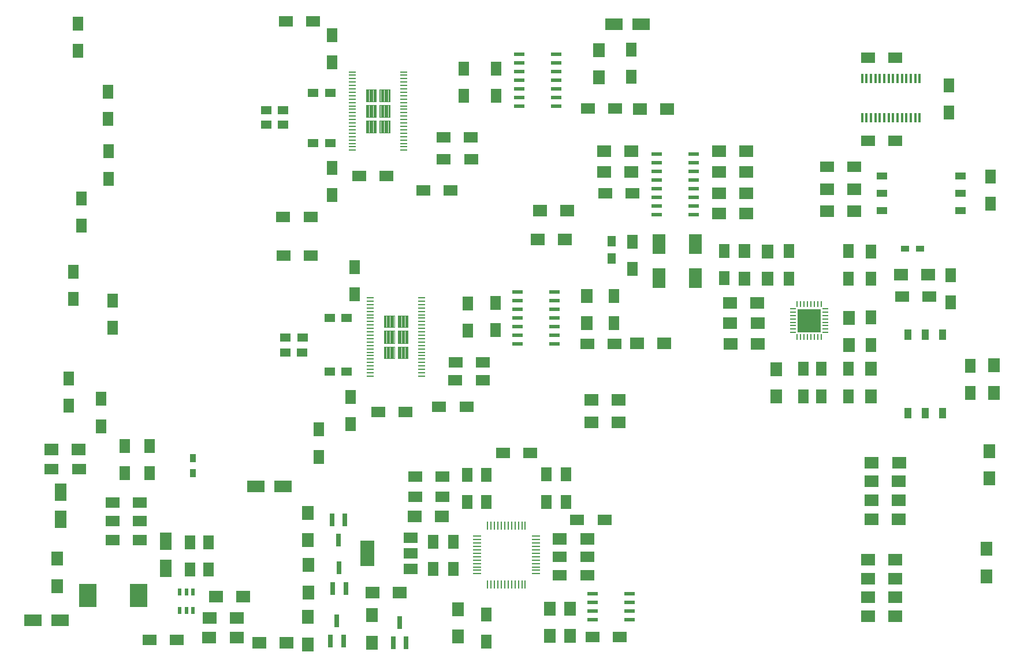
<source format=gtp>
%TF.GenerationSoftware,KiCad,Pcbnew,4.0.7*%
%TF.CreationDate,2018-07-03T10:31:09+02:00*%
%TF.ProjectId,smd_aio,736D645F61696F2E6B696361645F7063,rev?*%
%TF.FileFunction,Paste,Top*%
%FSLAX46Y46*%
G04 Gerber Fmt 4.6, Leading zero omitted, Abs format (unit mm)*
G04 Created by KiCad (PCBNEW 4.0.7) date Tuesday, 03 July 2018 'AMt' 10:31:09*
%MOMM*%
%LPD*%
G01*
G04 APERTURE LIST*
%ADD10C,0.100000*%
%ADD11R,1.300000X0.250000*%
%ADD12R,0.250000X1.300000*%
%ADD13R,1.600000X2.000000*%
%ADD14R,2.000000X1.600000*%
%ADD15R,2.499360X1.800860*%
%ADD16R,2.000000X1.700000*%
%ADD17R,1.700000X2.000000*%
%ADD18R,1.800860X2.499360*%
%ADD19R,1.200000X0.900000*%
%ADD20R,0.900000X1.200000*%
%ADD21R,1.250000X1.500000*%
%ADD22R,0.800000X1.900000*%
%ADD23R,2.000000X3.800000*%
%ADD24R,2.000000X1.500000*%
%ADD25R,1.550000X0.600000*%
%ADD26R,1.500000X0.600000*%
%ADD27R,1.000000X0.285000*%
%ADD28R,0.279400X0.812800*%
%ADD29R,0.812800X0.279400*%
%ADD30R,3.352800X3.352800*%
%ADD31R,0.355600X1.447800*%
%ADD32R,0.600000X1.100000*%
%ADD33R,1.980000X3.000000*%
%ADD34R,1.500000X1.250000*%
%ADD35R,2.650000X3.500000*%
%ADD36R,1.600000X1.000000*%
%ADD37R,1.000000X1.600000*%
G04 APERTURE END LIST*
D10*
X77276000Y-35663000D02*
X77276000Y-33863000D01*
X77376000Y-35663000D02*
X77376000Y-33863000D01*
X77476000Y-35663000D02*
X77476000Y-33863000D01*
X77576000Y-35663000D02*
X77576000Y-33863000D01*
X77676000Y-35663000D02*
X77676000Y-33863000D01*
X77776000Y-35663000D02*
X77776000Y-33863000D01*
X77876000Y-35663000D02*
X77876000Y-33863000D01*
X77976000Y-35663000D02*
X77976000Y-33863000D01*
X78076000Y-35663000D02*
X78076000Y-33863000D01*
X78176000Y-35663000D02*
X78176000Y-33863000D01*
X78276000Y-35663000D02*
X78276000Y-33863000D01*
X78376000Y-35663000D02*
X78376000Y-33863000D01*
X78476000Y-35663000D02*
X78476000Y-33863000D01*
X78576000Y-35663000D02*
X78576000Y-33863000D01*
X77276000Y-37913000D02*
X77276000Y-36163000D01*
X77376000Y-37913000D02*
X77376000Y-36163000D01*
X77476000Y-37913000D02*
X77476000Y-36163000D01*
X77576000Y-37913000D02*
X77576000Y-36163000D01*
X77676000Y-37913000D02*
X77676000Y-36163000D01*
X77776000Y-37913000D02*
X77776000Y-36163000D01*
X77876000Y-37913000D02*
X77876000Y-36163000D01*
X77976000Y-37913000D02*
X77976000Y-36163000D01*
X78076000Y-37913000D02*
X78076000Y-36213000D01*
X78176000Y-37913000D02*
X78176000Y-36163000D01*
X78276000Y-37913000D02*
X78276000Y-36163000D01*
X78376000Y-37913000D02*
X78376000Y-36163000D01*
X78476000Y-37913000D02*
X78476000Y-36163000D01*
X78576000Y-37913000D02*
X78576000Y-36163000D01*
X77176000Y-36163000D02*
X78676000Y-36163000D01*
X77176000Y-37913000D02*
X77176000Y-36163000D01*
X78676000Y-37913000D02*
X77176000Y-37913000D01*
X78676000Y-36163000D02*
X78676000Y-37913000D01*
X77176000Y-33863000D02*
X78676000Y-33863000D01*
X78676000Y-35663000D02*
X77176000Y-35663000D01*
X77176000Y-35663000D02*
X77176000Y-33863000D01*
X78676000Y-33863000D02*
X78676000Y-35663000D01*
X78476000Y-33363000D02*
X78476000Y-31613000D01*
X78076000Y-33363000D02*
X78076000Y-31663000D01*
X77976000Y-33363000D02*
X77976000Y-31613000D01*
X77876000Y-33363000D02*
X77876000Y-31613000D01*
X77776000Y-33363000D02*
X77776000Y-31613000D01*
X77676000Y-33363000D02*
X77676000Y-31613000D01*
X77576000Y-33363000D02*
X77576000Y-31613000D01*
X77476000Y-33363000D02*
X77476000Y-31613000D01*
X77176000Y-31613000D02*
X78676000Y-31613000D01*
X78676000Y-31613000D02*
X78676000Y-33363000D01*
X78576000Y-33363000D02*
X78576000Y-31613000D01*
X77376000Y-33363000D02*
X77376000Y-31613000D01*
X77276000Y-33363000D02*
X77276000Y-31613000D01*
X77176000Y-33363000D02*
X77176000Y-31613000D01*
X78676000Y-33363000D02*
X77176000Y-33363000D01*
X78376000Y-33363000D02*
X78376000Y-31613000D01*
X78276000Y-33363000D02*
X78276000Y-31613000D01*
X78176000Y-33363000D02*
X78176000Y-31613000D01*
X76476000Y-35663000D02*
X76476000Y-33863000D01*
X76076000Y-35663000D02*
X76076000Y-33863000D01*
X75976000Y-35663000D02*
X75976000Y-33863000D01*
X75876000Y-35663000D02*
X75876000Y-33863000D01*
X75176000Y-31613000D02*
X76676000Y-31613000D01*
X76676000Y-31613000D02*
X76676000Y-33363000D01*
X76476000Y-33363000D02*
X76476000Y-31613000D01*
X76376000Y-33363000D02*
X76376000Y-31613000D01*
X75676000Y-33363000D02*
X75676000Y-31613000D01*
X75576000Y-33363000D02*
X75576000Y-31613000D01*
X75276000Y-33363000D02*
X75276000Y-31613000D01*
X75376000Y-33363000D02*
X75376000Y-31613000D01*
X75476000Y-33363000D02*
X75476000Y-31613000D01*
X75176000Y-33363000D02*
X75176000Y-31613000D01*
X76676000Y-33363000D02*
X75176000Y-33363000D01*
X76576000Y-33363000D02*
X76576000Y-31613000D01*
X76276000Y-33363000D02*
X76276000Y-31613000D01*
X75776000Y-33363000D02*
X75776000Y-31613000D01*
X75976000Y-33363000D02*
X75976000Y-31613000D01*
X76076000Y-33363000D02*
X76076000Y-31663000D01*
X75876000Y-33363000D02*
X75876000Y-31613000D01*
X76176000Y-33363000D02*
X76176000Y-31613000D01*
X75176000Y-35663000D02*
X75176000Y-33863000D01*
X75176000Y-33863000D02*
X76676000Y-33863000D01*
X76676000Y-33863000D02*
X76676000Y-35663000D01*
X76576000Y-35663000D02*
X76576000Y-33863000D01*
X75376000Y-35663000D02*
X75376000Y-33863000D01*
X75276000Y-35663000D02*
X75276000Y-33863000D01*
X76676000Y-35663000D02*
X75176000Y-35663000D01*
X76376000Y-35663000D02*
X76376000Y-33863000D01*
X76276000Y-35663000D02*
X76276000Y-33863000D01*
X76176000Y-35663000D02*
X76176000Y-33863000D01*
X75776000Y-35663000D02*
X75776000Y-33863000D01*
X75676000Y-35663000D02*
X75676000Y-33863000D01*
X75576000Y-35663000D02*
X75576000Y-33863000D01*
X75476000Y-35663000D02*
X75476000Y-33863000D01*
X76676000Y-37913000D02*
X75176000Y-37913000D01*
X76476000Y-37913000D02*
X76476000Y-36163000D01*
X75276000Y-37913000D02*
X75276000Y-36163000D01*
X75176000Y-37913000D02*
X75176000Y-36163000D01*
X75676000Y-37913000D02*
X75676000Y-36163000D01*
X75376000Y-37913000D02*
X75376000Y-36163000D01*
X75576000Y-37913000D02*
X75576000Y-36163000D01*
X75776000Y-37913000D02*
X75776000Y-36163000D01*
X75476000Y-37913000D02*
X75476000Y-36163000D01*
X75176000Y-36163000D02*
X76676000Y-36163000D01*
X76376000Y-37913000D02*
X76376000Y-36163000D01*
X76676000Y-36163000D02*
X76676000Y-37913000D01*
X76576000Y-37913000D02*
X76576000Y-36163000D01*
X76276000Y-37913000D02*
X76276000Y-36163000D01*
X75876000Y-37913000D02*
X75876000Y-36163000D01*
X75976000Y-37913000D02*
X75976000Y-36163000D01*
X76176000Y-37913000D02*
X76176000Y-36163000D01*
X76076000Y-37913000D02*
X76076000Y-36213000D01*
X79926000Y-68813000D02*
X79926000Y-67013000D01*
X80026000Y-68813000D02*
X80026000Y-67013000D01*
X80126000Y-68813000D02*
X80126000Y-67013000D01*
X80226000Y-68813000D02*
X80226000Y-67013000D01*
X80326000Y-68813000D02*
X80326000Y-67013000D01*
X80426000Y-68813000D02*
X80426000Y-67013000D01*
X80526000Y-68813000D02*
X80526000Y-67013000D01*
X80626000Y-68813000D02*
X80626000Y-67013000D01*
X80726000Y-68813000D02*
X80726000Y-67013000D01*
X80826000Y-68813000D02*
X80826000Y-67013000D01*
X80926000Y-68813000D02*
X80926000Y-67013000D01*
X81026000Y-68813000D02*
X81026000Y-67013000D01*
X81126000Y-68813000D02*
X81126000Y-67013000D01*
X81226000Y-68813000D02*
X81226000Y-67013000D01*
X79926000Y-71063000D02*
X79926000Y-69313000D01*
X80026000Y-71063000D02*
X80026000Y-69313000D01*
X80126000Y-71063000D02*
X80126000Y-69313000D01*
X80226000Y-71063000D02*
X80226000Y-69313000D01*
X80326000Y-71063000D02*
X80326000Y-69313000D01*
X80426000Y-71063000D02*
X80426000Y-69313000D01*
X80526000Y-71063000D02*
X80526000Y-69313000D01*
X80626000Y-71063000D02*
X80626000Y-69313000D01*
X80726000Y-71063000D02*
X80726000Y-69363000D01*
X80826000Y-71063000D02*
X80826000Y-69313000D01*
X80926000Y-71063000D02*
X80926000Y-69313000D01*
X81026000Y-71063000D02*
X81026000Y-69313000D01*
X81126000Y-71063000D02*
X81126000Y-69313000D01*
X81226000Y-71063000D02*
X81226000Y-69313000D01*
X79826000Y-69313000D02*
X81326000Y-69313000D01*
X79826000Y-71063000D02*
X79826000Y-69313000D01*
X81326000Y-71063000D02*
X79826000Y-71063000D01*
X81326000Y-69313000D02*
X81326000Y-71063000D01*
X79826000Y-67013000D02*
X81326000Y-67013000D01*
X81326000Y-68813000D02*
X79826000Y-68813000D01*
X79826000Y-68813000D02*
X79826000Y-67013000D01*
X81326000Y-67013000D02*
X81326000Y-68813000D01*
X81126000Y-66513000D02*
X81126000Y-64763000D01*
X80726000Y-66513000D02*
X80726000Y-64813000D01*
X80626000Y-66513000D02*
X80626000Y-64763000D01*
X80526000Y-66513000D02*
X80526000Y-64763000D01*
X80426000Y-66513000D02*
X80426000Y-64763000D01*
X80326000Y-66513000D02*
X80326000Y-64763000D01*
X80226000Y-66513000D02*
X80226000Y-64763000D01*
X80126000Y-66513000D02*
X80126000Y-64763000D01*
X79826000Y-64763000D02*
X81326000Y-64763000D01*
X81326000Y-64763000D02*
X81326000Y-66513000D01*
X81226000Y-66513000D02*
X81226000Y-64763000D01*
X80026000Y-66513000D02*
X80026000Y-64763000D01*
X79926000Y-66513000D02*
X79926000Y-64763000D01*
X79826000Y-66513000D02*
X79826000Y-64763000D01*
X81326000Y-66513000D02*
X79826000Y-66513000D01*
X81026000Y-66513000D02*
X81026000Y-64763000D01*
X80926000Y-66513000D02*
X80926000Y-64763000D01*
X80826000Y-66513000D02*
X80826000Y-64763000D01*
X79126000Y-68813000D02*
X79126000Y-67013000D01*
X78726000Y-68813000D02*
X78726000Y-67013000D01*
X78626000Y-68813000D02*
X78626000Y-67013000D01*
X78526000Y-68813000D02*
X78526000Y-67013000D01*
X77826000Y-64763000D02*
X79326000Y-64763000D01*
X79326000Y-64763000D02*
X79326000Y-66513000D01*
X79126000Y-66513000D02*
X79126000Y-64763000D01*
X79026000Y-66513000D02*
X79026000Y-64763000D01*
X78326000Y-66513000D02*
X78326000Y-64763000D01*
X78226000Y-66513000D02*
X78226000Y-64763000D01*
X77926000Y-66513000D02*
X77926000Y-64763000D01*
X78026000Y-66513000D02*
X78026000Y-64763000D01*
X78126000Y-66513000D02*
X78126000Y-64763000D01*
X77826000Y-66513000D02*
X77826000Y-64763000D01*
X79326000Y-66513000D02*
X77826000Y-66513000D01*
X79226000Y-66513000D02*
X79226000Y-64763000D01*
X78926000Y-66513000D02*
X78926000Y-64763000D01*
X78426000Y-66513000D02*
X78426000Y-64763000D01*
X78626000Y-66513000D02*
X78626000Y-64763000D01*
X78726000Y-66513000D02*
X78726000Y-64813000D01*
X78526000Y-66513000D02*
X78526000Y-64763000D01*
X78826000Y-66513000D02*
X78826000Y-64763000D01*
X77826000Y-68813000D02*
X77826000Y-67013000D01*
X77826000Y-67013000D02*
X79326000Y-67013000D01*
X79326000Y-67013000D02*
X79326000Y-68813000D01*
X79226000Y-68813000D02*
X79226000Y-67013000D01*
X78026000Y-68813000D02*
X78026000Y-67013000D01*
X77926000Y-68813000D02*
X77926000Y-67013000D01*
X79326000Y-68813000D02*
X77826000Y-68813000D01*
X79026000Y-68813000D02*
X79026000Y-67013000D01*
X78926000Y-68813000D02*
X78926000Y-67013000D01*
X78826000Y-68813000D02*
X78826000Y-67013000D01*
X78426000Y-68813000D02*
X78426000Y-67013000D01*
X78326000Y-68813000D02*
X78326000Y-67013000D01*
X78226000Y-68813000D02*
X78226000Y-67013000D01*
X78126000Y-68813000D02*
X78126000Y-67013000D01*
X79326000Y-71063000D02*
X77826000Y-71063000D01*
X79126000Y-71063000D02*
X79126000Y-69313000D01*
X77926000Y-71063000D02*
X77926000Y-69313000D01*
X77826000Y-71063000D02*
X77826000Y-69313000D01*
X78326000Y-71063000D02*
X78326000Y-69313000D01*
X78026000Y-71063000D02*
X78026000Y-69313000D01*
X78226000Y-71063000D02*
X78226000Y-69313000D01*
X78426000Y-71063000D02*
X78426000Y-69313000D01*
X78126000Y-71063000D02*
X78126000Y-69313000D01*
X77826000Y-69313000D02*
X79326000Y-69313000D01*
X79026000Y-71063000D02*
X79026000Y-69313000D01*
X79326000Y-69313000D02*
X79326000Y-71063000D01*
X79226000Y-71063000D02*
X79226000Y-69313000D01*
X78926000Y-71063000D02*
X78926000Y-69313000D01*
X78526000Y-71063000D02*
X78526000Y-69313000D01*
X78626000Y-71063000D02*
X78626000Y-69313000D01*
X78826000Y-71063000D02*
X78826000Y-69313000D01*
X78726000Y-71063000D02*
X78726000Y-69363000D01*
D11*
X91426000Y-97163000D03*
X91426000Y-97663000D03*
X91426000Y-98163000D03*
X91426000Y-98663000D03*
X91426000Y-99163000D03*
X91426000Y-99663000D03*
X91426000Y-100163000D03*
X91426000Y-100663000D03*
X91426000Y-101163000D03*
X91426000Y-101663000D03*
X91426000Y-102163000D03*
X91426000Y-102663000D03*
D12*
X93026000Y-104263000D03*
X93526000Y-104263000D03*
X94026000Y-104263000D03*
X94526000Y-104263000D03*
X95026000Y-104263000D03*
X95526000Y-104263000D03*
X96026000Y-104263000D03*
X96526000Y-104263000D03*
X97026000Y-104263000D03*
X97526000Y-104263000D03*
X98026000Y-104263000D03*
X98526000Y-104263000D03*
D11*
X100126000Y-102663000D03*
X100126000Y-102163000D03*
X100126000Y-101663000D03*
X100126000Y-101163000D03*
X100126000Y-100663000D03*
X100126000Y-100163000D03*
X100126000Y-99663000D03*
X100126000Y-99163000D03*
X100126000Y-98663000D03*
X100126000Y-98163000D03*
X100126000Y-97663000D03*
X100126000Y-97163000D03*
D12*
X98526000Y-95563000D03*
X98026000Y-95563000D03*
X97526000Y-95563000D03*
X97026000Y-95563000D03*
X96526000Y-95563000D03*
X96026000Y-95563000D03*
X95526000Y-95563000D03*
X95026000Y-95563000D03*
X94526000Y-95563000D03*
X94026000Y-95563000D03*
X93526000Y-95563000D03*
X93026000Y-95563000D03*
D13*
X73491000Y-61663000D03*
X73491000Y-57663000D03*
D14*
X29100000Y-87275000D03*
X33100000Y-87275000D03*
D13*
X85051000Y-101963000D03*
X85051000Y-97963000D03*
X87951000Y-101963000D03*
X87951000Y-97963000D03*
X92800000Y-112610000D03*
X92800000Y-108610000D03*
D14*
X110151000Y-94763000D03*
X106151000Y-94763000D03*
D13*
X104526000Y-88088000D03*
X104526000Y-92088000D03*
X101626000Y-88088000D03*
X101626000Y-92088000D03*
D14*
X86401000Y-88438000D03*
X82401000Y-88438000D03*
X86401000Y-91388000D03*
X82401000Y-91388000D03*
X112401000Y-111963000D03*
X108401000Y-111963000D03*
D13*
X92801000Y-92163000D03*
X92801000Y-88163000D03*
D14*
X95251000Y-84913000D03*
X99251000Y-84913000D03*
D13*
X90001000Y-92163000D03*
X90001000Y-88163000D03*
D14*
X107601000Y-102863000D03*
X103601000Y-102863000D03*
X107601000Y-100213000D03*
X103601000Y-100213000D03*
X107726000Y-34388000D03*
X111726000Y-34388000D03*
D13*
X114076000Y-25763000D03*
X114076000Y-29763000D03*
X94261000Y-32553000D03*
X94261000Y-28553000D03*
X89531000Y-32553000D03*
X89531000Y-28553000D03*
D14*
X90576000Y-41868000D03*
X86576000Y-41868000D03*
X90551000Y-38593000D03*
X86551000Y-38593000D03*
X87551000Y-46393000D03*
X83551000Y-46393000D03*
X74201000Y-44288000D03*
X78201000Y-44288000D03*
D13*
X70181000Y-43093000D03*
X70181000Y-47093000D03*
X70251000Y-27613000D03*
X70251000Y-23613000D03*
D14*
X67041000Y-50293000D03*
X63041000Y-50293000D03*
X67426000Y-21563000D03*
X63426000Y-21563000D03*
D13*
X33426000Y-47613000D03*
X33426000Y-51613000D03*
X37451000Y-40688000D03*
X37451000Y-44688000D03*
X37326000Y-31913000D03*
X37326000Y-35913000D03*
X32976000Y-25963000D03*
X32976000Y-21963000D03*
X137176000Y-59338000D03*
X137176000Y-55338000D03*
X139310999Y-72598000D03*
X139310999Y-76598000D03*
X145926000Y-59338000D03*
X145926000Y-55338000D03*
X145876000Y-76613000D03*
X145876000Y-72613000D03*
X141900000Y-72600000D03*
X141900000Y-76600000D03*
D14*
X152801000Y-26963000D03*
X148801000Y-26963000D03*
X152801000Y-39163000D03*
X148801000Y-39163000D03*
D13*
X160639001Y-35000000D03*
X160639001Y-31000000D03*
D14*
X153751000Y-62013000D03*
X157751000Y-62013000D03*
D13*
X160876000Y-58838000D03*
X160876000Y-62838000D03*
X149201000Y-55363000D03*
X149201000Y-59363000D03*
X39775000Y-87900000D03*
X39775000Y-83900000D03*
X43425000Y-87900000D03*
X43425000Y-83900000D03*
X49400000Y-102050000D03*
X49400000Y-98050000D03*
X52100000Y-102050000D03*
X52100000Y-98050000D03*
D14*
X43425000Y-112375000D03*
X47425000Y-112375000D03*
X38050000Y-97750000D03*
X42050000Y-97750000D03*
X38050000Y-94950000D03*
X42050000Y-94950000D03*
X38050000Y-92175000D03*
X42050000Y-92175000D03*
X107651000Y-68913000D03*
X111651000Y-68913000D03*
D13*
X111526000Y-61863000D03*
X111526000Y-65863000D03*
X94176000Y-66938000D03*
X94176000Y-62938000D03*
X90101000Y-66963000D03*
X90101000Y-62963000D03*
D14*
X92276000Y-74238000D03*
X88276000Y-74238000D03*
X92301000Y-71663000D03*
X88301000Y-71663000D03*
X89901000Y-78163000D03*
X85901000Y-78163000D03*
X77001000Y-78888000D03*
X81001000Y-78888000D03*
D13*
X72901000Y-76713000D03*
X72901000Y-80713000D03*
X68276000Y-81488000D03*
X68276000Y-85488000D03*
D14*
X67111000Y-56003000D03*
X63111000Y-56003000D03*
D13*
X36376000Y-81013000D03*
X36376000Y-77013000D03*
X31571000Y-73993000D03*
X31571000Y-77993000D03*
X38021000Y-66583000D03*
X38021000Y-62583000D03*
X32311000Y-58353000D03*
X32311000Y-62353000D03*
X114251000Y-53963000D03*
X114251000Y-57963000D03*
D14*
X114251000Y-46813000D03*
X110251000Y-46813000D03*
D15*
X59001020Y-89850000D03*
X62998980Y-89850000D03*
X111512040Y-22050000D03*
X115510000Y-22050000D03*
D16*
X104321000Y-53643000D03*
X100321000Y-53643000D03*
D17*
X149176000Y-76613000D03*
X149176000Y-72613000D03*
D16*
X132576499Y-65898500D03*
X128576499Y-65898500D03*
D15*
X30348980Y-109525000D03*
X26351020Y-109525000D03*
D18*
X30450000Y-90701020D03*
X30450000Y-94698980D03*
X45825000Y-101873980D03*
X45825000Y-97876020D03*
D16*
X112226000Y-80463000D03*
X108226000Y-80463000D03*
X63525000Y-112750000D03*
X59525000Y-112750000D03*
D17*
X29925000Y-100450000D03*
X29925000Y-104450000D03*
D19*
X154228833Y-54962500D03*
X156428833Y-54962500D03*
D20*
X49825000Y-87900000D03*
X49825000Y-85700000D03*
D21*
X111151000Y-56363000D03*
X111151000Y-53863000D03*
D22*
X72101000Y-94738000D03*
X70201000Y-94738000D03*
X71151000Y-97738000D03*
X70316952Y-104818000D03*
X72216952Y-104818000D03*
X71266952Y-101818000D03*
X79176000Y-112813000D03*
X81076000Y-112813000D03*
X80126000Y-109813000D03*
X69976952Y-112568000D03*
X71876952Y-112568000D03*
X70926952Y-109568000D03*
D23*
X75401000Y-99663000D03*
D24*
X81701000Y-99663000D03*
X81701000Y-97363000D03*
X81701000Y-101963000D03*
D16*
X33025000Y-84450000D03*
X29025000Y-84450000D03*
D17*
X76026000Y-112763000D03*
X76026000Y-108763000D03*
X66676000Y-113013000D03*
X66676000Y-109013000D03*
X66663500Y-93750500D03*
X66663500Y-97750500D03*
X66701000Y-105388000D03*
X66701000Y-101388000D03*
D16*
X80101000Y-105463000D03*
X76101000Y-105463000D03*
D17*
X88643500Y-111855499D03*
X88643500Y-107855499D03*
D16*
X86301000Y-94213000D03*
X82301000Y-94213000D03*
D17*
X102101000Y-111813000D03*
X102101000Y-107813000D03*
D16*
X103601000Y-97513000D03*
X107601000Y-97513000D03*
D17*
X105101000Y-111813000D03*
X105101000Y-107813000D03*
X166573000Y-88691000D03*
X166573000Y-84691000D03*
X166101000Y-103013000D03*
X166101000Y-99013000D03*
D16*
X149251000Y-94663000D03*
X153251000Y-94663000D03*
X149266000Y-89094000D03*
X153266000Y-89094000D03*
X148779000Y-108889000D03*
X152779000Y-108889000D03*
X148779000Y-103393000D03*
X152779000Y-103393000D03*
X149301000Y-91913000D03*
X153301000Y-91913000D03*
X149316000Y-86350000D03*
X153316000Y-86350000D03*
X148801000Y-106063000D03*
X152801000Y-106063000D03*
X148751000Y-100613000D03*
X152751000Y-100613000D03*
X119351000Y-34438000D03*
X115351000Y-34438000D03*
D17*
X109351000Y-29838000D03*
X109351000Y-25838000D03*
D16*
X104651000Y-49393000D03*
X100651000Y-49393000D03*
D17*
X134026000Y-55363000D03*
X134026000Y-59363000D03*
X130651000Y-55338000D03*
X130651000Y-59338000D03*
X135301000Y-76663000D03*
X135301000Y-72663000D03*
D16*
X128615501Y-68893500D03*
X132615501Y-68893500D03*
D17*
X146001000Y-69088000D03*
X146001000Y-65088000D03*
D16*
X128551000Y-62913000D03*
X132551000Y-62913000D03*
X157576000Y-58738000D03*
X153576000Y-58738000D03*
X52200000Y-112050000D03*
X56200000Y-112050000D03*
X56225000Y-109150000D03*
X52225000Y-109150000D03*
X118926000Y-68838000D03*
X114926000Y-68838000D03*
D17*
X107526000Y-65863000D03*
X107526000Y-61863000D03*
D16*
X112226000Y-77113000D03*
X108226000Y-77113000D03*
X130901000Y-43713000D03*
X126901000Y-43713000D03*
X110101000Y-40663000D03*
X114101000Y-40663000D03*
X110101000Y-43713000D03*
X114101000Y-43713000D03*
X130901000Y-49813000D03*
X126901000Y-49813000D03*
X130951000Y-46813000D03*
X126951000Y-46813000D03*
X130951000Y-40663000D03*
X126951000Y-40663000D03*
X53150000Y-106000000D03*
X57150000Y-106000000D03*
D25*
X113792905Y-109363000D03*
X113792905Y-108093000D03*
X113792905Y-106823000D03*
X113792905Y-105553000D03*
X108392905Y-105553000D03*
X108392905Y-106823000D03*
X108392905Y-108093000D03*
X108392905Y-109363000D03*
D26*
X103026000Y-34048000D03*
X103026000Y-32778000D03*
X103026000Y-31508000D03*
X103026000Y-30238000D03*
X103026000Y-28968000D03*
X103026000Y-27698000D03*
X103026000Y-26428000D03*
X97626000Y-26428000D03*
X97626000Y-27698000D03*
X97626000Y-28968000D03*
X97626000Y-30238000D03*
X97626000Y-31508000D03*
X97626000Y-32778000D03*
X97626000Y-34048000D03*
D27*
X80676000Y-40513000D03*
X80676000Y-40013000D03*
X80676000Y-39513000D03*
X80676000Y-39013000D03*
X80676000Y-38513000D03*
X80676000Y-38013000D03*
X80676000Y-37513000D03*
X80676000Y-37013000D03*
X80676000Y-36513000D03*
X80676000Y-36013000D03*
X80676000Y-35513000D03*
X80676000Y-35013000D03*
X80676000Y-34513000D03*
X80676000Y-34013000D03*
X80676000Y-33513000D03*
X80676000Y-33013000D03*
X80676000Y-32513000D03*
X80676000Y-32013000D03*
X80676000Y-31513000D03*
X80676000Y-31013000D03*
X80676000Y-30513000D03*
X80676000Y-30013000D03*
X80676000Y-29513000D03*
X80676000Y-29013000D03*
X73176000Y-29013000D03*
X73176000Y-29513000D03*
X73176000Y-30013000D03*
X73176000Y-30513000D03*
X73176000Y-31013000D03*
X73176000Y-31513000D03*
X73176000Y-32013000D03*
X73176000Y-32513000D03*
X73176000Y-33013000D03*
X73176000Y-33513000D03*
X73176000Y-34013000D03*
X73176000Y-34513000D03*
X73176000Y-35013000D03*
X73176000Y-35513000D03*
X73176000Y-36013000D03*
X73176000Y-36513000D03*
X73176000Y-37013000D03*
X73176000Y-37513000D03*
X73176000Y-38013000D03*
X73176000Y-38513000D03*
X73176000Y-39013000D03*
X73176000Y-39513000D03*
X73176000Y-40013000D03*
X73176000Y-40513000D03*
D28*
X141900999Y-63112700D03*
X141401000Y-63112700D03*
X140901001Y-63112700D03*
X140401000Y-63112700D03*
X139901000Y-63112700D03*
X139400999Y-63112700D03*
X138901000Y-63112700D03*
X138401001Y-63112700D03*
D29*
X137750700Y-63763001D03*
X137750700Y-64263000D03*
X137750700Y-64762999D03*
X137750700Y-65263000D03*
X137750700Y-65763000D03*
X137750700Y-66263001D03*
X137750700Y-66763000D03*
X137750700Y-67262999D03*
D28*
X138401001Y-67913300D03*
X138901000Y-67913300D03*
X139400999Y-67913300D03*
X139901000Y-67913300D03*
X140401000Y-67913300D03*
X140901001Y-67913300D03*
X141401000Y-67913300D03*
X141900999Y-67913300D03*
D29*
X142551300Y-67262999D03*
X142551300Y-66763000D03*
X142551300Y-66263001D03*
X142551300Y-65763000D03*
X142551300Y-65263000D03*
X142551300Y-64762999D03*
X142551300Y-64263000D03*
X142551300Y-63763001D03*
D30*
X140151000Y-65513000D03*
D31*
X156356381Y-30013501D03*
X155706380Y-30013501D03*
X155056381Y-30013501D03*
X154406380Y-30013501D03*
X153756382Y-30013501D03*
X153106380Y-30013501D03*
X152456382Y-30013501D03*
X151806383Y-30013501D03*
X151156382Y-30013501D03*
X150506383Y-30013501D03*
X149856382Y-30013501D03*
X149206383Y-30013501D03*
X148556382Y-30013501D03*
X147906383Y-30013501D03*
X147906381Y-35779301D03*
X148556382Y-35779301D03*
X149206381Y-35779301D03*
X149856382Y-35779301D03*
X150506380Y-35779301D03*
X151156382Y-35779301D03*
X151806380Y-35779301D03*
X152456382Y-35779301D03*
X153106380Y-35779301D03*
X153756382Y-35779301D03*
X154406380Y-35779301D03*
X155056381Y-35779301D03*
X155706380Y-35779301D03*
X156356381Y-35779301D03*
D32*
X47900000Y-108025000D03*
X48850000Y-108025000D03*
X49800000Y-108025000D03*
X49800000Y-105325000D03*
X48850000Y-105325000D03*
X47900000Y-105325000D03*
D26*
X102826000Y-68973000D03*
X102826000Y-67703000D03*
X102826000Y-66433000D03*
X102826000Y-65163000D03*
X102826000Y-63893000D03*
X102826000Y-62623000D03*
X102826000Y-61353000D03*
X97426000Y-61353000D03*
X97426000Y-62623000D03*
X97426000Y-63893000D03*
X97426000Y-65163000D03*
X97426000Y-66433000D03*
X97426000Y-67703000D03*
X97426000Y-68973000D03*
D27*
X83326000Y-73663000D03*
X83326000Y-73163000D03*
X83326000Y-72663000D03*
X83326000Y-72163000D03*
X83326000Y-71663000D03*
X83326000Y-71163000D03*
X83326000Y-70663000D03*
X83326000Y-70163000D03*
X83326000Y-69663000D03*
X83326000Y-69163000D03*
X83326000Y-68663000D03*
X83326000Y-68163000D03*
X83326000Y-67663000D03*
X83326000Y-67163000D03*
X83326000Y-66663000D03*
X83326000Y-66163000D03*
X83326000Y-65663000D03*
X83326000Y-65163000D03*
X83326000Y-64663000D03*
X83326000Y-64163000D03*
X83326000Y-63663000D03*
X83326000Y-63163000D03*
X83326000Y-62663000D03*
X83326000Y-62163000D03*
X75826000Y-62163000D03*
X75826000Y-62663000D03*
X75826000Y-63163000D03*
X75826000Y-63663000D03*
X75826000Y-64163000D03*
X75826000Y-64663000D03*
X75826000Y-65163000D03*
X75826000Y-65663000D03*
X75826000Y-66163000D03*
X75826000Y-66663000D03*
X75826000Y-67163000D03*
X75826000Y-67663000D03*
X75826000Y-68163000D03*
X75826000Y-68663000D03*
X75826000Y-69163000D03*
X75826000Y-69663000D03*
X75826000Y-70163000D03*
X75826000Y-70663000D03*
X75826000Y-71163000D03*
X75826000Y-71663000D03*
X75826000Y-72163000D03*
X75826000Y-72663000D03*
X75826000Y-73163000D03*
X75826000Y-73663000D03*
D26*
X123201000Y-49958000D03*
X123201000Y-48688000D03*
X123201000Y-47418000D03*
X123201000Y-46148000D03*
X123201000Y-44878000D03*
X123201000Y-43608000D03*
X123201000Y-42338000D03*
X123201000Y-41068000D03*
X117801000Y-41068000D03*
X117801000Y-42338000D03*
X117801000Y-43608000D03*
X117801000Y-44878000D03*
X117801000Y-46148000D03*
X117801000Y-47418000D03*
X117801000Y-48688000D03*
X117801000Y-49958000D03*
D33*
X118171000Y-59263000D03*
X123431000Y-59263000D03*
X123431000Y-54263000D03*
X118171000Y-54263000D03*
D34*
X60551000Y-36788000D03*
X63051000Y-36788000D03*
X67451000Y-39443000D03*
X69951000Y-39443000D03*
X67426000Y-32113000D03*
X69926000Y-32113000D03*
X60526000Y-34638000D03*
X63026000Y-34638000D03*
X63341000Y-70173000D03*
X65841000Y-70173000D03*
X69841000Y-73003000D03*
X72341000Y-73003000D03*
X69841000Y-65153000D03*
X72341000Y-65153000D03*
X63381000Y-67963000D03*
X65881000Y-67963000D03*
D35*
X41875000Y-105825000D03*
X34425000Y-105825000D03*
D14*
X146775000Y-42950000D03*
X142775000Y-42950000D03*
D13*
X166725000Y-44350000D03*
X166725000Y-48350000D03*
X163775000Y-72150000D03*
X163775000Y-76150000D03*
X149200000Y-69075000D03*
X149200000Y-65075000D03*
X127675000Y-59300000D03*
X127675000Y-55300000D03*
D16*
X142775000Y-46225000D03*
X146775000Y-46225000D03*
X146775000Y-49425000D03*
X142775000Y-49425000D03*
D17*
X167200000Y-72100000D03*
X167200000Y-76100000D03*
D36*
X150850000Y-44260000D03*
X150850000Y-46800000D03*
X150850000Y-49340000D03*
X162350000Y-49340000D03*
X162350000Y-46800000D03*
X162350000Y-44260000D03*
D37*
X154585000Y-79075000D03*
X157125000Y-79075000D03*
X159665000Y-79075000D03*
X159665000Y-67575000D03*
X157125000Y-67575000D03*
X154585000Y-67575000D03*
M02*

</source>
